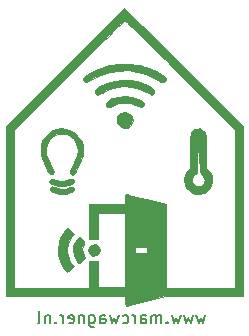
<source format=gbo>
G04 #@! TF.GenerationSoftware,KiCad,Pcbnew,5.1.5+dfsg1-2build2*
G04 #@! TF.CreationDate,2020-05-08T13:19:40+02:00*
G04 #@! TF.ProjectId,powered multisensor,706f7765-7265-4642-906d-756c74697365,rev?*
G04 #@! TF.SameCoordinates,Original*
G04 #@! TF.FileFunction,Legend,Bot*
G04 #@! TF.FilePolarity,Positive*
%FSLAX46Y46*%
G04 Gerber Fmt 4.6, Leading zero omitted, Abs format (unit mm)*
G04 Created by KiCad (PCBNEW 5.1.5+dfsg1-2build2) date 2020-05-08 13:19:40*
%MOMM*%
%LPD*%
G04 APERTURE LIST*
%ADD10C,0.150000*%
%ADD11C,0.010000*%
G04 APERTURE END LIST*
D10*
X79993238Y-77255714D02*
X79802761Y-77922380D01*
X79612285Y-77446190D01*
X79421809Y-77922380D01*
X79231333Y-77255714D01*
X78945619Y-77255714D02*
X78755142Y-77922380D01*
X78564666Y-77446190D01*
X78374190Y-77922380D01*
X78183714Y-77255714D01*
X77898000Y-77255714D02*
X77707523Y-77922380D01*
X77517047Y-77446190D01*
X77326571Y-77922380D01*
X77136095Y-77255714D01*
X76755142Y-77827142D02*
X76707523Y-77874761D01*
X76755142Y-77922380D01*
X76802761Y-77874761D01*
X76755142Y-77827142D01*
X76755142Y-77922380D01*
X76278952Y-77922380D02*
X76278952Y-77255714D01*
X76278952Y-77350952D02*
X76231333Y-77303333D01*
X76136095Y-77255714D01*
X75993238Y-77255714D01*
X75898000Y-77303333D01*
X75850380Y-77398571D01*
X75850380Y-77922380D01*
X75850380Y-77398571D02*
X75802761Y-77303333D01*
X75707523Y-77255714D01*
X75564666Y-77255714D01*
X75469428Y-77303333D01*
X75421809Y-77398571D01*
X75421809Y-77922380D01*
X74517047Y-77922380D02*
X74517047Y-77398571D01*
X74564666Y-77303333D01*
X74659904Y-77255714D01*
X74850380Y-77255714D01*
X74945619Y-77303333D01*
X74517047Y-77874761D02*
X74612285Y-77922380D01*
X74850380Y-77922380D01*
X74945619Y-77874761D01*
X74993238Y-77779523D01*
X74993238Y-77684285D01*
X74945619Y-77589047D01*
X74850380Y-77541428D01*
X74612285Y-77541428D01*
X74517047Y-77493809D01*
X74040857Y-77922380D02*
X74040857Y-77255714D01*
X74040857Y-77446190D02*
X73993238Y-77350952D01*
X73945619Y-77303333D01*
X73850380Y-77255714D01*
X73755142Y-77255714D01*
X72993238Y-77874761D02*
X73088476Y-77922380D01*
X73278952Y-77922380D01*
X73374190Y-77874761D01*
X73421809Y-77827142D01*
X73469428Y-77731904D01*
X73469428Y-77446190D01*
X73421809Y-77350952D01*
X73374190Y-77303333D01*
X73278952Y-77255714D01*
X73088476Y-77255714D01*
X72993238Y-77303333D01*
X72659904Y-77255714D02*
X72469428Y-77922380D01*
X72278952Y-77446190D01*
X72088476Y-77922380D01*
X71898000Y-77255714D01*
X71088476Y-77922380D02*
X71088476Y-77398571D01*
X71136095Y-77303333D01*
X71231333Y-77255714D01*
X71421809Y-77255714D01*
X71517047Y-77303333D01*
X71088476Y-77874761D02*
X71183714Y-77922380D01*
X71421809Y-77922380D01*
X71517047Y-77874761D01*
X71564666Y-77779523D01*
X71564666Y-77684285D01*
X71517047Y-77589047D01*
X71421809Y-77541428D01*
X71183714Y-77541428D01*
X71088476Y-77493809D01*
X70183714Y-77255714D02*
X70183714Y-78065238D01*
X70231333Y-78160476D01*
X70278952Y-78208095D01*
X70374190Y-78255714D01*
X70517047Y-78255714D01*
X70612285Y-78208095D01*
X70183714Y-77874761D02*
X70278952Y-77922380D01*
X70469428Y-77922380D01*
X70564666Y-77874761D01*
X70612285Y-77827142D01*
X70659904Y-77731904D01*
X70659904Y-77446190D01*
X70612285Y-77350952D01*
X70564666Y-77303333D01*
X70469428Y-77255714D01*
X70278952Y-77255714D01*
X70183714Y-77303333D01*
X69707523Y-77255714D02*
X69707523Y-77922380D01*
X69707523Y-77350952D02*
X69659904Y-77303333D01*
X69564666Y-77255714D01*
X69421809Y-77255714D01*
X69326571Y-77303333D01*
X69278952Y-77398571D01*
X69278952Y-77922380D01*
X68421809Y-77874761D02*
X68517047Y-77922380D01*
X68707523Y-77922380D01*
X68802761Y-77874761D01*
X68850380Y-77779523D01*
X68850380Y-77398571D01*
X68802761Y-77303333D01*
X68707523Y-77255714D01*
X68517047Y-77255714D01*
X68421809Y-77303333D01*
X68374190Y-77398571D01*
X68374190Y-77493809D01*
X68850380Y-77589047D01*
X67945619Y-77922380D02*
X67945619Y-77255714D01*
X67945619Y-77446190D02*
X67898000Y-77350952D01*
X67850380Y-77303333D01*
X67755142Y-77255714D01*
X67659904Y-77255714D01*
X67326571Y-77827142D02*
X67278952Y-77874761D01*
X67326571Y-77922380D01*
X67374190Y-77874761D01*
X67326571Y-77827142D01*
X67326571Y-77922380D01*
X66850380Y-77255714D02*
X66850380Y-77922380D01*
X66850380Y-77350952D02*
X66802761Y-77303333D01*
X66707523Y-77255714D01*
X66564666Y-77255714D01*
X66469428Y-77303333D01*
X66421809Y-77398571D01*
X66421809Y-77922380D01*
X65802761Y-77922380D02*
X65898000Y-77874761D01*
X65945619Y-77779523D01*
X65945619Y-76922380D01*
D11*
G36*
X72584200Y-55990706D02*
G01*
X72122919Y-56036267D01*
X71818500Y-56092862D01*
X71556852Y-56171823D01*
X71239066Y-56290509D01*
X70892949Y-56435965D01*
X70546312Y-56595236D01*
X70226963Y-56755368D01*
X69962711Y-56903406D01*
X69781364Y-57026394D01*
X69744841Y-57058886D01*
X69644162Y-57183674D01*
X69635407Y-57285861D01*
X69656972Y-57335774D01*
X69753825Y-57456835D01*
X69884468Y-57497317D01*
X70067361Y-57455870D01*
X70320965Y-57331148D01*
X70407462Y-57280938D01*
X71130477Y-56921099D01*
X71886988Y-56674952D01*
X72662850Y-56542201D01*
X73443920Y-56522550D01*
X74216054Y-56615703D01*
X74965107Y-56821364D01*
X75676935Y-57139236D01*
X76104750Y-57400274D01*
X76269319Y-57498948D01*
X76388123Y-57521456D01*
X76511161Y-57475047D01*
X76533375Y-57462413D01*
X76629989Y-57344682D01*
X76629999Y-57185937D01*
X76537916Y-57022011D01*
X76469875Y-56957861D01*
X76260299Y-56820006D01*
X75963347Y-56660476D01*
X75613189Y-56494424D01*
X75243993Y-56336999D01*
X74889928Y-56203353D01*
X74585162Y-56108636D01*
X74517250Y-56092038D01*
X74103039Y-56024143D01*
X73615381Y-55984631D01*
X73095394Y-55973489D01*
X72584200Y-55990706D01*
G37*
X72584200Y-55990706D02*
X72122919Y-56036267D01*
X71818500Y-56092862D01*
X71556852Y-56171823D01*
X71239066Y-56290509D01*
X70892949Y-56435965D01*
X70546312Y-56595236D01*
X70226963Y-56755368D01*
X69962711Y-56903406D01*
X69781364Y-57026394D01*
X69744841Y-57058886D01*
X69644162Y-57183674D01*
X69635407Y-57285861D01*
X69656972Y-57335774D01*
X69753825Y-57456835D01*
X69884468Y-57497317D01*
X70067361Y-57455870D01*
X70320965Y-57331148D01*
X70407462Y-57280938D01*
X71130477Y-56921099D01*
X71886988Y-56674952D01*
X72662850Y-56542201D01*
X73443920Y-56522550D01*
X74216054Y-56615703D01*
X74965107Y-56821364D01*
X75676935Y-57139236D01*
X76104750Y-57400274D01*
X76269319Y-57498948D01*
X76388123Y-57521456D01*
X76511161Y-57475047D01*
X76533375Y-57462413D01*
X76629989Y-57344682D01*
X76629999Y-57185937D01*
X76537916Y-57022011D01*
X76469875Y-56957861D01*
X76260299Y-56820006D01*
X75963347Y-56660476D01*
X75613189Y-56494424D01*
X75243993Y-56336999D01*
X74889928Y-56203353D01*
X74585162Y-56108636D01*
X74517250Y-56092038D01*
X74103039Y-56024143D01*
X73615381Y-55984631D01*
X73095394Y-55973489D01*
X72584200Y-55990706D01*
G36*
X72954662Y-57304261D02*
G01*
X72898000Y-57308928D01*
X72416200Y-57382220D01*
X71928572Y-57505876D01*
X71467345Y-57668341D01*
X71064749Y-57858060D01*
X70753011Y-58063476D01*
X70723125Y-58088731D01*
X70625340Y-58238774D01*
X70625203Y-58400954D01*
X70719082Y-58530255D01*
X70760685Y-58553967D01*
X70866714Y-58582426D01*
X70985047Y-58558124D01*
X71154352Y-58470688D01*
X71221060Y-58430476D01*
X71841350Y-58119604D01*
X72481754Y-57932843D01*
X73134831Y-57870330D01*
X73793136Y-57932202D01*
X74449229Y-58118597D01*
X74974634Y-58361336D01*
X75188057Y-58476204D01*
X75354337Y-58563073D01*
X75445768Y-58607562D01*
X75454623Y-58610500D01*
X75517318Y-58577787D01*
X75590644Y-58527567D01*
X75690558Y-58400324D01*
X75679767Y-58256919D01*
X75572536Y-58103809D01*
X75383130Y-57947450D01*
X75125815Y-57794297D01*
X74814855Y-57650807D01*
X74464516Y-57523436D01*
X74089062Y-57418639D01*
X73702758Y-57342874D01*
X73319870Y-57302596D01*
X72954662Y-57304261D01*
G37*
X72954662Y-57304261D02*
X72898000Y-57308928D01*
X72416200Y-57382220D01*
X71928572Y-57505876D01*
X71467345Y-57668341D01*
X71064749Y-57858060D01*
X70753011Y-58063476D01*
X70723125Y-58088731D01*
X70625340Y-58238774D01*
X70625203Y-58400954D01*
X70719082Y-58530255D01*
X70760685Y-58553967D01*
X70866714Y-58582426D01*
X70985047Y-58558124D01*
X71154352Y-58470688D01*
X71221060Y-58430476D01*
X71841350Y-58119604D01*
X72481754Y-57932843D01*
X73134831Y-57870330D01*
X73793136Y-57932202D01*
X74449229Y-58118597D01*
X74974634Y-58361336D01*
X75188057Y-58476204D01*
X75354337Y-58563073D01*
X75445768Y-58607562D01*
X75454623Y-58610500D01*
X75517318Y-58577787D01*
X75590644Y-58527567D01*
X75690558Y-58400324D01*
X75679767Y-58256919D01*
X75572536Y-58103809D01*
X75383130Y-57947450D01*
X75125815Y-57794297D01*
X74814855Y-57650807D01*
X74464516Y-57523436D01*
X74089062Y-57418639D01*
X73702758Y-57342874D01*
X73319870Y-57302596D01*
X72954662Y-57304261D01*
G36*
X72671769Y-58734679D02*
G01*
X72127004Y-58900813D01*
X71966533Y-58975667D01*
X71765697Y-59083132D01*
X71654419Y-59166469D01*
X71606628Y-59254084D01*
X71596256Y-59374379D01*
X71596250Y-59379122D01*
X71610927Y-59529544D01*
X71674083Y-59595758D01*
X71759455Y-59613740D01*
X71903541Y-59595749D01*
X72106350Y-59529515D01*
X72267455Y-59457063D01*
X72466238Y-59365728D01*
X72649421Y-59312058D01*
X72864800Y-59286448D01*
X73152000Y-59279322D01*
X73445169Y-59284527D01*
X73660298Y-59309058D01*
X73845957Y-59362275D01*
X74047330Y-59451875D01*
X74330058Y-59574294D01*
X74530293Y-59618625D01*
X74664789Y-59586022D01*
X74739500Y-59499500D01*
X74773151Y-59347145D01*
X74699100Y-59202284D01*
X74510401Y-59055704D01*
X74332630Y-58959845D01*
X73792893Y-58764072D01*
X73233169Y-58689057D01*
X72671769Y-58734679D01*
G37*
X72671769Y-58734679D02*
X72127004Y-58900813D01*
X71966533Y-58975667D01*
X71765697Y-59083132D01*
X71654419Y-59166469D01*
X71606628Y-59254084D01*
X71596256Y-59374379D01*
X71596250Y-59379122D01*
X71610927Y-59529544D01*
X71674083Y-59595758D01*
X71759455Y-59613740D01*
X71903541Y-59595749D01*
X72106350Y-59529515D01*
X72267455Y-59457063D01*
X72466238Y-59365728D01*
X72649421Y-59312058D01*
X72864800Y-59286448D01*
X73152000Y-59279322D01*
X73445169Y-59284527D01*
X73660298Y-59309058D01*
X73845957Y-59362275D01*
X74047330Y-59451875D01*
X74330058Y-59574294D01*
X74530293Y-59618625D01*
X74664789Y-59586022D01*
X74739500Y-59499500D01*
X74773151Y-59347145D01*
X74699100Y-59202284D01*
X74510401Y-59055704D01*
X74332630Y-58959845D01*
X73792893Y-58764072D01*
X73233169Y-58689057D01*
X72671769Y-58734679D01*
G36*
X72926128Y-60090687D02*
G01*
X72770882Y-60162186D01*
X72688438Y-60234380D01*
X72530418Y-60467386D01*
X72481066Y-60717838D01*
X72529222Y-60961106D01*
X72663726Y-61172565D01*
X72873418Y-61327587D01*
X73147137Y-61401545D01*
X73218697Y-61404500D01*
X73407477Y-61361786D01*
X73600726Y-61221510D01*
X73634600Y-61188600D01*
X73800353Y-60950285D01*
X73854114Y-60701455D01*
X73806230Y-60465687D01*
X73667048Y-60266559D01*
X73446913Y-60127649D01*
X73156174Y-60072533D01*
X73144785Y-60072411D01*
X72926128Y-60090687D01*
G37*
X72926128Y-60090687D02*
X72770882Y-60162186D01*
X72688438Y-60234380D01*
X72530418Y-60467386D01*
X72481066Y-60717838D01*
X72529222Y-60961106D01*
X72663726Y-61172565D01*
X72873418Y-61327587D01*
X73147137Y-61401545D01*
X73218697Y-61404500D01*
X73407477Y-61361786D01*
X73600726Y-61221510D01*
X73634600Y-61188600D01*
X73800353Y-60950285D01*
X73854114Y-60701455D01*
X73806230Y-60465687D01*
X73667048Y-60266559D01*
X73446913Y-60127649D01*
X73156174Y-60072533D01*
X73144785Y-60072411D01*
X72926128Y-60090687D01*
G36*
X67319819Y-61504283D02*
G01*
X66922816Y-61684988D01*
X66563039Y-61970503D01*
X66325315Y-62258284D01*
X66206106Y-62436146D01*
X66131710Y-62574758D01*
X66091565Y-62713851D01*
X66075106Y-62893157D01*
X66071772Y-63152409D01*
X66071750Y-63212064D01*
X66074264Y-63479078D01*
X66088693Y-63677409D01*
X66125369Y-63848085D01*
X66194623Y-64032132D01*
X66306787Y-64270577D01*
X66371048Y-64400584D01*
X66503110Y-64670400D01*
X66619487Y-64915045D01*
X66704607Y-65101424D01*
X66736276Y-65176897D01*
X66817484Y-65306080D01*
X66936584Y-65330306D01*
X66938493Y-65330028D01*
X67069444Y-65293059D01*
X67139218Y-65219545D01*
X67146767Y-65093626D01*
X67091045Y-64899441D01*
X66971006Y-64621130D01*
X66879134Y-64430402D01*
X66741185Y-64138113D01*
X66620599Y-63860596D01*
X66531893Y-63632586D01*
X66493069Y-63506668D01*
X66470173Y-63130225D01*
X66557731Y-62756659D01*
X66742683Y-62418404D01*
X67011972Y-62147897D01*
X67051228Y-62120251D01*
X67433452Y-61932252D01*
X67829083Y-61868379D01*
X68224776Y-61928611D01*
X68607187Y-62112929D01*
X68621460Y-62122504D01*
X68906149Y-62368796D01*
X69085956Y-62660130D01*
X69171939Y-63018618D01*
X69183250Y-63246000D01*
X69177903Y-63436293D01*
X69155047Y-63600418D01*
X69104461Y-63771026D01*
X69015927Y-63980770D01*
X68879224Y-64262303D01*
X68841839Y-64336782D01*
X68685131Y-64659612D01*
X68587058Y-64892963D01*
X68540727Y-65056145D01*
X68539243Y-65168466D01*
X68541424Y-65178157D01*
X68620877Y-65305462D01*
X68743865Y-65342391D01*
X68864310Y-65277397D01*
X68876459Y-65262125D01*
X68924786Y-65176683D01*
X69014545Y-65001163D01*
X69133272Y-64760481D01*
X69268501Y-64479554D01*
X69279737Y-64455924D01*
X69433473Y-64122367D01*
X69537027Y-63867437D01*
X69600937Y-63658213D01*
X69635740Y-63461779D01*
X69649143Y-63301931D01*
X69653787Y-63030956D01*
X69623813Y-62821537D01*
X69548086Y-62610420D01*
X69514410Y-62536506D01*
X69257490Y-62120060D01*
X68933957Y-61799364D01*
X68561117Y-61575928D01*
X68156276Y-61451263D01*
X67736741Y-61426878D01*
X67319819Y-61504283D01*
G37*
X67319819Y-61504283D02*
X66922816Y-61684988D01*
X66563039Y-61970503D01*
X66325315Y-62258284D01*
X66206106Y-62436146D01*
X66131710Y-62574758D01*
X66091565Y-62713851D01*
X66075106Y-62893157D01*
X66071772Y-63152409D01*
X66071750Y-63212064D01*
X66074264Y-63479078D01*
X66088693Y-63677409D01*
X66125369Y-63848085D01*
X66194623Y-64032132D01*
X66306787Y-64270577D01*
X66371048Y-64400584D01*
X66503110Y-64670400D01*
X66619487Y-64915045D01*
X66704607Y-65101424D01*
X66736276Y-65176897D01*
X66817484Y-65306080D01*
X66936584Y-65330306D01*
X66938493Y-65330028D01*
X67069444Y-65293059D01*
X67139218Y-65219545D01*
X67146767Y-65093626D01*
X67091045Y-64899441D01*
X66971006Y-64621130D01*
X66879134Y-64430402D01*
X66741185Y-64138113D01*
X66620599Y-63860596D01*
X66531893Y-63632586D01*
X66493069Y-63506668D01*
X66470173Y-63130225D01*
X66557731Y-62756659D01*
X66742683Y-62418404D01*
X67011972Y-62147897D01*
X67051228Y-62120251D01*
X67433452Y-61932252D01*
X67829083Y-61868379D01*
X68224776Y-61928611D01*
X68607187Y-62112929D01*
X68621460Y-62122504D01*
X68906149Y-62368796D01*
X69085956Y-62660130D01*
X69171939Y-63018618D01*
X69183250Y-63246000D01*
X69177903Y-63436293D01*
X69155047Y-63600418D01*
X69104461Y-63771026D01*
X69015927Y-63980770D01*
X68879224Y-64262303D01*
X68841839Y-64336782D01*
X68685131Y-64659612D01*
X68587058Y-64892963D01*
X68540727Y-65056145D01*
X68539243Y-65168466D01*
X68541424Y-65178157D01*
X68620877Y-65305462D01*
X68743865Y-65342391D01*
X68864310Y-65277397D01*
X68876459Y-65262125D01*
X68924786Y-65176683D01*
X69014545Y-65001163D01*
X69133272Y-64760481D01*
X69268501Y-64479554D01*
X69279737Y-64455924D01*
X69433473Y-64122367D01*
X69537027Y-63867437D01*
X69600937Y-63658213D01*
X69635740Y-63461779D01*
X69649143Y-63301931D01*
X69653787Y-63030956D01*
X69623813Y-62821537D01*
X69548086Y-62610420D01*
X69514410Y-62536506D01*
X69257490Y-62120060D01*
X68933957Y-61799364D01*
X68561117Y-61575928D01*
X68156276Y-61451263D01*
X67736741Y-61426878D01*
X67319819Y-61504283D01*
G36*
X68596292Y-65694175D02*
G01*
X68470487Y-65748263D01*
X68064775Y-65879706D01*
X67664966Y-65884293D01*
X67324166Y-65786039D01*
X67069882Y-65696716D01*
X66904617Y-65689478D01*
X66819203Y-65765863D01*
X66802000Y-65873592D01*
X66860828Y-66016442D01*
X67019950Y-66140048D01*
X67253323Y-66238127D01*
X67534903Y-66304396D01*
X67838648Y-66332574D01*
X68138516Y-66316377D01*
X68389500Y-66256553D01*
X68674310Y-66129673D01*
X68842419Y-65997522D01*
X68890598Y-65864327D01*
X68815618Y-65734319D01*
X68799200Y-65719968D01*
X68711522Y-65675849D01*
X68596292Y-65694175D01*
G37*
X68596292Y-65694175D02*
X68470487Y-65748263D01*
X68064775Y-65879706D01*
X67664966Y-65884293D01*
X67324166Y-65786039D01*
X67069882Y-65696716D01*
X66904617Y-65689478D01*
X66819203Y-65765863D01*
X66802000Y-65873592D01*
X66860828Y-66016442D01*
X67019950Y-66140048D01*
X67253323Y-66238127D01*
X67534903Y-66304396D01*
X67838648Y-66332574D01*
X68138516Y-66316377D01*
X68389500Y-66256553D01*
X68674310Y-66129673D01*
X68842419Y-65997522D01*
X68890598Y-65864327D01*
X68815618Y-65734319D01*
X68799200Y-65719968D01*
X68711522Y-65675849D01*
X68596292Y-65694175D01*
G36*
X66898534Y-66380459D02*
G01*
X66806041Y-66498945D01*
X66823280Y-66624132D01*
X66934137Y-66745650D01*
X67122496Y-66853130D01*
X67372243Y-66936205D01*
X67667263Y-66984504D01*
X67849750Y-66992500D01*
X68162125Y-66977290D01*
X68404676Y-66924604D01*
X68582421Y-66849625D01*
X68762897Y-66742988D01*
X68848138Y-66643122D01*
X68865750Y-66548000D01*
X68819424Y-66415182D01*
X68691214Y-66366296D01*
X68497270Y-66404540D01*
X68388181Y-66453432D01*
X68118914Y-66536233D01*
X67795744Y-66553490D01*
X67472816Y-66506406D01*
X67261050Y-66428422D01*
X67089802Y-66352127D01*
X66980316Y-66340529D01*
X66898534Y-66380459D01*
G37*
X66898534Y-66380459D02*
X66806041Y-66498945D01*
X66823280Y-66624132D01*
X66934137Y-66745650D01*
X67122496Y-66853130D01*
X67372243Y-66936205D01*
X67667263Y-66984504D01*
X67849750Y-66992500D01*
X68162125Y-66977290D01*
X68404676Y-66924604D01*
X68582421Y-66849625D01*
X68762897Y-66742988D01*
X68848138Y-66643122D01*
X68865750Y-66548000D01*
X68819424Y-66415182D01*
X68691214Y-66366296D01*
X68497270Y-66404540D01*
X68388181Y-66453432D01*
X68118914Y-66536233D01*
X67795744Y-66553490D01*
X67472816Y-66506406D01*
X67261050Y-66428422D01*
X67089802Y-66352127D01*
X66980316Y-66340529D01*
X66898534Y-66380459D01*
G36*
X79261833Y-61446843D02*
G01*
X79109885Y-61509159D01*
X78977492Y-61594996D01*
X78874987Y-61691987D01*
X78798603Y-61816754D01*
X78744572Y-61985915D01*
X78709124Y-62216091D01*
X78688492Y-62523902D01*
X78678907Y-62925969D01*
X78676599Y-63420075D01*
X78676500Y-64768901D01*
X78460363Y-65052056D01*
X78266465Y-65398103D01*
X78191371Y-65759731D01*
X78234727Y-66118163D01*
X78396179Y-66454620D01*
X78489059Y-66573531D01*
X78788073Y-66827333D01*
X79128346Y-66967820D01*
X79489900Y-66992046D01*
X79852758Y-66897063D01*
X80032780Y-66801203D01*
X80307437Y-66559322D01*
X80489143Y-66257037D01*
X80575157Y-65920150D01*
X80571804Y-65826823D01*
X79946451Y-65826823D01*
X79867790Y-66058443D01*
X79844456Y-66093930D01*
X79651701Y-66277573D01*
X79420956Y-66341553D01*
X79163814Y-66283126D01*
X79124732Y-66264179D01*
X78953276Y-66112598D01*
X78865518Y-65903281D01*
X78860586Y-65673001D01*
X78937608Y-65458531D01*
X79095709Y-65296647D01*
X79148363Y-65268445D01*
X79309324Y-65195106D01*
X79326287Y-63648988D01*
X79334446Y-63138737D01*
X79346497Y-62719335D01*
X79362001Y-62399325D01*
X79380518Y-62187254D01*
X79401607Y-62091665D01*
X79406750Y-62087060D01*
X79429102Y-62143760D01*
X79448512Y-62322166D01*
X79464702Y-62617014D01*
X79477396Y-63023038D01*
X79486316Y-63534971D01*
X79487267Y-63616465D01*
X79504283Y-65161680D01*
X79725392Y-65370213D01*
X79898797Y-65596269D01*
X79946451Y-65826823D01*
X80571804Y-65826823D01*
X80562737Y-65574468D01*
X80449143Y-65245792D01*
X80231633Y-64959929D01*
X80228673Y-64957138D01*
X80073501Y-64811362D01*
X80073501Y-63385301D01*
X80072807Y-62920260D01*
X80069766Y-62564280D01*
X80062941Y-62299424D01*
X80050892Y-62107756D01*
X80032181Y-61971339D01*
X80005370Y-61872237D01*
X79969020Y-61792513D01*
X79942078Y-61746594D01*
X79752772Y-61542373D01*
X79516199Y-61439654D01*
X79261833Y-61446843D01*
G37*
X79261833Y-61446843D02*
X79109885Y-61509159D01*
X78977492Y-61594996D01*
X78874987Y-61691987D01*
X78798603Y-61816754D01*
X78744572Y-61985915D01*
X78709124Y-62216091D01*
X78688492Y-62523902D01*
X78678907Y-62925969D01*
X78676599Y-63420075D01*
X78676500Y-64768901D01*
X78460363Y-65052056D01*
X78266465Y-65398103D01*
X78191371Y-65759731D01*
X78234727Y-66118163D01*
X78396179Y-66454620D01*
X78489059Y-66573531D01*
X78788073Y-66827333D01*
X79128346Y-66967820D01*
X79489900Y-66992046D01*
X79852758Y-66897063D01*
X80032780Y-66801203D01*
X80307437Y-66559322D01*
X80489143Y-66257037D01*
X80575157Y-65920150D01*
X80571804Y-65826823D01*
X79946451Y-65826823D01*
X79867790Y-66058443D01*
X79844456Y-66093930D01*
X79651701Y-66277573D01*
X79420956Y-66341553D01*
X79163814Y-66283126D01*
X79124732Y-66264179D01*
X78953276Y-66112598D01*
X78865518Y-65903281D01*
X78860586Y-65673001D01*
X78937608Y-65458531D01*
X79095709Y-65296647D01*
X79148363Y-65268445D01*
X79309324Y-65195106D01*
X79326287Y-63648988D01*
X79334446Y-63138737D01*
X79346497Y-62719335D01*
X79362001Y-62399325D01*
X79380518Y-62187254D01*
X79401607Y-62091665D01*
X79406750Y-62087060D01*
X79429102Y-62143760D01*
X79448512Y-62322166D01*
X79464702Y-62617014D01*
X79477396Y-63023038D01*
X79486316Y-63534971D01*
X79487267Y-63616465D01*
X79504283Y-65161680D01*
X79725392Y-65370213D01*
X79898797Y-65596269D01*
X79946451Y-65826823D01*
X80571804Y-65826823D01*
X80562737Y-65574468D01*
X80449143Y-65245792D01*
X80231633Y-64959929D01*
X80228673Y-64957138D01*
X80073501Y-64811362D01*
X80073501Y-63385301D01*
X80072807Y-62920260D01*
X80069766Y-62564280D01*
X80062941Y-62299424D01*
X80050892Y-62107756D01*
X80032181Y-61971339D01*
X80005370Y-61872237D01*
X79969020Y-61792513D01*
X79942078Y-61746594D01*
X79752772Y-61542373D01*
X79516199Y-61439654D01*
X79261833Y-61446843D01*
G36*
X70414185Y-71280356D02*
G01*
X70234512Y-71375338D01*
X70121413Y-71542462D01*
X70080495Y-71744086D01*
X70117367Y-71942571D01*
X70237637Y-72100274D01*
X70287286Y-72132139D01*
X70524970Y-72200812D01*
X70751416Y-72163729D01*
X70924892Y-72032186D01*
X71030046Y-71865375D01*
X71045081Y-71714333D01*
X70973743Y-71525482D01*
X70961947Y-71502346D01*
X70819088Y-71327635D01*
X70619775Y-71260754D01*
X70414185Y-71280356D01*
G37*
X70414185Y-71280356D02*
X70234512Y-71375338D01*
X70121413Y-71542462D01*
X70080495Y-71744086D01*
X70117367Y-71942571D01*
X70237637Y-72100274D01*
X70287286Y-72132139D01*
X70524970Y-72200812D01*
X70751416Y-72163729D01*
X70924892Y-72032186D01*
X71030046Y-71865375D01*
X71045081Y-71714333D01*
X70973743Y-71525482D01*
X70961947Y-71502346D01*
X70819088Y-71327635D01*
X70619775Y-71260754D01*
X70414185Y-71280356D01*
G36*
X69214023Y-70686843D02*
G01*
X69102879Y-70829087D01*
X69004171Y-70987350D01*
X68883152Y-71232679D01*
X68824965Y-71454651D01*
X68810188Y-71720582D01*
X68848551Y-72074326D01*
X68953272Y-72410623D01*
X69108795Y-72687171D01*
X69204660Y-72793391D01*
X69276383Y-72844800D01*
X69345629Y-72839284D01*
X69443784Y-72763726D01*
X69565695Y-72642520D01*
X69813277Y-72388974D01*
X69694743Y-72188311D01*
X69606345Y-71944791D01*
X69584520Y-71663178D01*
X69629635Y-71399534D01*
X69688767Y-71273628D01*
X69745204Y-71173761D01*
X69747714Y-71090988D01*
X69686487Y-70983665D01*
X69591388Y-70860176D01*
X69458659Y-70717970D01*
X69341349Y-70634693D01*
X69293998Y-70624726D01*
X69214023Y-70686843D01*
G37*
X69214023Y-70686843D02*
X69102879Y-70829087D01*
X69004171Y-70987350D01*
X68883152Y-71232679D01*
X68824965Y-71454651D01*
X68810188Y-71720582D01*
X68848551Y-72074326D01*
X68953272Y-72410623D01*
X69108795Y-72687171D01*
X69204660Y-72793391D01*
X69276383Y-72844800D01*
X69345629Y-72839284D01*
X69443784Y-72763726D01*
X69565695Y-72642520D01*
X69813277Y-72388974D01*
X69694743Y-72188311D01*
X69606345Y-71944791D01*
X69584520Y-71663178D01*
X69629635Y-71399534D01*
X69688767Y-71273628D01*
X69745204Y-71173761D01*
X69747714Y-71090988D01*
X69686487Y-70983665D01*
X69591388Y-70860176D01*
X69458659Y-70717970D01*
X69341349Y-70634693D01*
X69293998Y-70624726D01*
X69214023Y-70686843D01*
G36*
X68263079Y-69881392D02*
G01*
X68143506Y-69999750D01*
X68002061Y-70205902D01*
X67856424Y-70466955D01*
X67724276Y-70750020D01*
X67623298Y-71022205D01*
X67594496Y-71125120D01*
X67517244Y-71661817D01*
X67557146Y-72186480D01*
X67694634Y-72670885D01*
X67796863Y-72899087D01*
X67929741Y-73135509D01*
X68072255Y-73348540D01*
X68203394Y-73506568D01*
X68296505Y-73576391D01*
X68373457Y-73546374D01*
X68502773Y-73446251D01*
X68610090Y-73344200D01*
X68857921Y-73090398D01*
X68722063Y-72945783D01*
X68574180Y-72735496D01*
X68437014Y-72448833D01*
X68332357Y-72135936D01*
X68295469Y-71964241D01*
X68288994Y-71588873D01*
X68373662Y-71184704D01*
X68537999Y-70797756D01*
X68619789Y-70663555D01*
X68840887Y-70335004D01*
X68590362Y-70084479D01*
X68423631Y-69939256D01*
X68301877Y-69876908D01*
X68263079Y-69881392D01*
G37*
X68263079Y-69881392D02*
X68143506Y-69999750D01*
X68002061Y-70205902D01*
X67856424Y-70466955D01*
X67724276Y-70750020D01*
X67623298Y-71022205D01*
X67594496Y-71125120D01*
X67517244Y-71661817D01*
X67557146Y-72186480D01*
X67694634Y-72670885D01*
X67796863Y-72899087D01*
X67929741Y-73135509D01*
X68072255Y-73348540D01*
X68203394Y-73506568D01*
X68296505Y-73576391D01*
X68373457Y-73546374D01*
X68502773Y-73446251D01*
X68610090Y-73344200D01*
X68857921Y-73090398D01*
X68722063Y-72945783D01*
X68574180Y-72735496D01*
X68437014Y-72448833D01*
X68332357Y-72135936D01*
X68295469Y-71964241D01*
X68288994Y-71588873D01*
X68373662Y-71184704D01*
X68537999Y-70797756D01*
X68619789Y-70663555D01*
X68840887Y-70335004D01*
X68590362Y-70084479D01*
X68423631Y-69939256D01*
X68301877Y-69876908D01*
X68263079Y-69881392D01*
G36*
X68135500Y-56229250D02*
G01*
X63119000Y-61245448D01*
X63119000Y-75628500D01*
X73215500Y-75628500D01*
X73215500Y-76041250D01*
X73224616Y-76286755D01*
X73253492Y-76418262D01*
X73294875Y-76449249D01*
X73375781Y-76432743D01*
X73562354Y-76388738D01*
X73837298Y-76321504D01*
X74183317Y-76235310D01*
X74583115Y-76134422D01*
X74961750Y-76037886D01*
X76549250Y-75631273D01*
X79867125Y-75629886D01*
X83185000Y-75628500D01*
X83185000Y-61534481D01*
X82486500Y-61534481D01*
X82486500Y-74930000D01*
X76644500Y-74930000D01*
X76644500Y-71501000D01*
X75057000Y-71501000D01*
X75057000Y-71945500D01*
X74041000Y-71945500D01*
X74041000Y-71501000D01*
X75057000Y-71501000D01*
X76644500Y-71501000D01*
X76644500Y-71381912D01*
X76644501Y-67833825D01*
X74962596Y-67413162D01*
X74519805Y-67302702D01*
X74118296Y-67203090D01*
X73774256Y-67118297D01*
X73503872Y-67052295D01*
X73323335Y-67009057D01*
X73248830Y-66992553D01*
X73248096Y-66992500D01*
X73231494Y-67050433D01*
X73219754Y-67202010D01*
X73215500Y-67405250D01*
X73215500Y-67818000D01*
X70167500Y-67818000D01*
X70167500Y-70770750D01*
X70929500Y-70770750D01*
X70929500Y-68580000D01*
X73215500Y-68580000D01*
X73215500Y-74866500D01*
X70929500Y-74866500D01*
X70929500Y-72675750D01*
X70167500Y-72675750D01*
X70167500Y-74930000D01*
X63817500Y-74930000D01*
X63817500Y-68246785D01*
X63817501Y-61563571D01*
X68468714Y-56912035D01*
X69107508Y-56273638D01*
X69721251Y-55661136D01*
X70303969Y-55080446D01*
X70849684Y-54537484D01*
X71352423Y-54038167D01*
X71806209Y-53588411D01*
X72205068Y-53194132D01*
X72543024Y-52861248D01*
X72814101Y-52595673D01*
X73012325Y-52403326D01*
X73131719Y-52290121D01*
X73166603Y-52260499D01*
X73216982Y-52304465D01*
X73351073Y-52432412D01*
X73562893Y-52638414D01*
X73846456Y-52916545D01*
X74195778Y-53260881D01*
X74604874Y-53665494D01*
X75067758Y-54124459D01*
X75578446Y-54631851D01*
X76130953Y-55181743D01*
X76719294Y-55768210D01*
X77337484Y-56385327D01*
X77849890Y-56897490D01*
X82486500Y-61534481D01*
X83185000Y-61534481D01*
X83185000Y-61245448D01*
X78168500Y-56229250D01*
X73152000Y-51213051D01*
X68135500Y-56229250D01*
G37*
X68135500Y-56229250D02*
X63119000Y-61245448D01*
X63119000Y-75628500D01*
X73215500Y-75628500D01*
X73215500Y-76041250D01*
X73224616Y-76286755D01*
X73253492Y-76418262D01*
X73294875Y-76449249D01*
X73375781Y-76432743D01*
X73562354Y-76388738D01*
X73837298Y-76321504D01*
X74183317Y-76235310D01*
X74583115Y-76134422D01*
X74961750Y-76037886D01*
X76549250Y-75631273D01*
X79867125Y-75629886D01*
X83185000Y-75628500D01*
X83185000Y-61534481D01*
X82486500Y-61534481D01*
X82486500Y-74930000D01*
X76644500Y-74930000D01*
X76644500Y-71501000D01*
X75057000Y-71501000D01*
X75057000Y-71945500D01*
X74041000Y-71945500D01*
X74041000Y-71501000D01*
X75057000Y-71501000D01*
X76644500Y-71501000D01*
X76644500Y-71381912D01*
X76644501Y-67833825D01*
X74962596Y-67413162D01*
X74519805Y-67302702D01*
X74118296Y-67203090D01*
X73774256Y-67118297D01*
X73503872Y-67052295D01*
X73323335Y-67009057D01*
X73248830Y-66992553D01*
X73248096Y-66992500D01*
X73231494Y-67050433D01*
X73219754Y-67202010D01*
X73215500Y-67405250D01*
X73215500Y-67818000D01*
X70167500Y-67818000D01*
X70167500Y-70770750D01*
X70929500Y-70770750D01*
X70929500Y-68580000D01*
X73215500Y-68580000D01*
X73215500Y-74866500D01*
X70929500Y-74866500D01*
X70929500Y-72675750D01*
X70167500Y-72675750D01*
X70167500Y-74930000D01*
X63817500Y-74930000D01*
X63817500Y-68246785D01*
X63817501Y-61563571D01*
X68468714Y-56912035D01*
X69107508Y-56273638D01*
X69721251Y-55661136D01*
X70303969Y-55080446D01*
X70849684Y-54537484D01*
X71352423Y-54038167D01*
X71806209Y-53588411D01*
X72205068Y-53194132D01*
X72543024Y-52861248D01*
X72814101Y-52595673D01*
X73012325Y-52403326D01*
X73131719Y-52290121D01*
X73166603Y-52260499D01*
X73216982Y-52304465D01*
X73351073Y-52432412D01*
X73562893Y-52638414D01*
X73846456Y-52916545D01*
X74195778Y-53260881D01*
X74604874Y-53665494D01*
X75067758Y-54124459D01*
X75578446Y-54631851D01*
X76130953Y-55181743D01*
X76719294Y-55768210D01*
X77337484Y-56385327D01*
X77849890Y-56897490D01*
X82486500Y-61534481D01*
X83185000Y-61534481D01*
X83185000Y-61245448D01*
X78168500Y-56229250D01*
X73152000Y-51213051D01*
X68135500Y-56229250D01*
M02*

</source>
